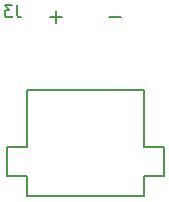
<source format=gbr>
%TF.GenerationSoftware,KiCad,Pcbnew,7.0.8*%
%TF.CreationDate,2024-02-12T15:09:04-05:00*%
%TF.ProjectId,wasabi(PCBlayout),77617361-6269-4285-9043-426c61796f75,rev?*%
%TF.SameCoordinates,Original*%
%TF.FileFunction,Legend,Bot*%
%TF.FilePolarity,Positive*%
%FSLAX46Y46*%
G04 Gerber Fmt 4.6, Leading zero omitted, Abs format (unit mm)*
G04 Created by KiCad (PCBNEW 7.0.8) date 2024-02-12 15:09:04*
%MOMM*%
%LPD*%
G01*
G04 APERTURE LIST*
%ADD10C,0.150000*%
%ADD11C,0.127000*%
G04 APERTURE END LIST*
D10*
X196158333Y-48066219D02*
X196158333Y-48780504D01*
X196158333Y-48780504D02*
X196205952Y-48923361D01*
X196205952Y-48923361D02*
X196301190Y-49018600D01*
X196301190Y-49018600D02*
X196444047Y-49066219D01*
X196444047Y-49066219D02*
X196539285Y-49066219D01*
X195777380Y-48066219D02*
X195158333Y-48066219D01*
X195158333Y-48066219D02*
X195491666Y-48447171D01*
X195491666Y-48447171D02*
X195348809Y-48447171D01*
X195348809Y-48447171D02*
X195253571Y-48494790D01*
X195253571Y-48494790D02*
X195205952Y-48542409D01*
X195205952Y-48542409D02*
X195158333Y-48637647D01*
X195158333Y-48637647D02*
X195158333Y-48875742D01*
X195158333Y-48875742D02*
X195205952Y-48970980D01*
X195205952Y-48970980D02*
X195253571Y-49018600D01*
X195253571Y-49018600D02*
X195348809Y-49066219D01*
X195348809Y-49066219D02*
X195634523Y-49066219D01*
X195634523Y-49066219D02*
X195729761Y-49018600D01*
X195729761Y-49018600D02*
X195777380Y-48970980D01*
D11*
%TO.C,J3*%
X195350000Y-60044250D02*
X195350000Y-62544250D01*
X195350000Y-62544250D02*
X197050000Y-62544250D01*
X197050000Y-55244250D02*
X197050000Y-60044250D01*
X197050000Y-60044250D02*
X195350000Y-60044250D01*
X197050000Y-62544250D02*
X197050000Y-64244250D01*
X197050000Y-64244250D02*
X206950000Y-64244250D01*
X199000000Y-49044250D02*
X200000000Y-49044250D01*
X199500000Y-48544250D02*
X199500000Y-49544250D01*
X204000000Y-49044250D02*
X205000000Y-49044250D01*
X206950000Y-55244250D02*
X197050000Y-55244250D01*
X206950000Y-60044250D02*
X206950000Y-55244250D01*
X206950000Y-62544250D02*
X208650000Y-62544250D01*
X206950000Y-64244250D02*
X206950000Y-62544250D01*
X208650000Y-60044250D02*
X206950000Y-60044250D01*
X208650000Y-62544250D02*
X208650000Y-60044250D01*
%TD*%
M02*

</source>
